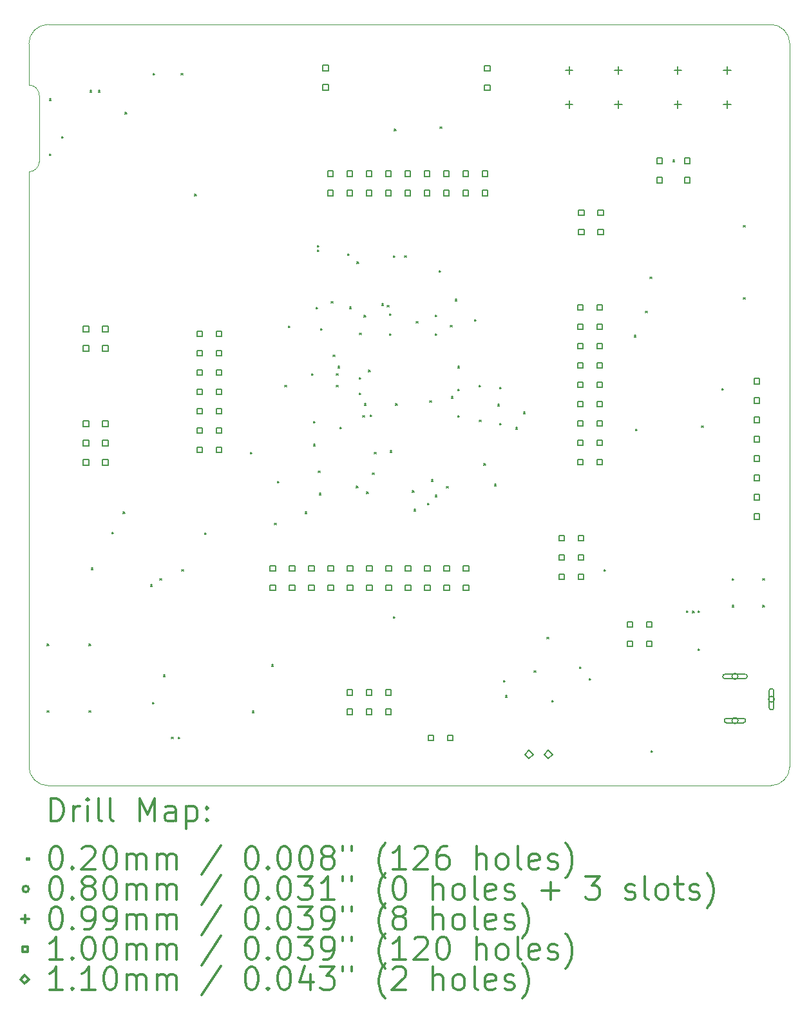
<source format=gbr>
%FSLAX45Y45*%
G04 Gerber Fmt 4.5, Leading zero omitted, Abs format (unit mm)*
G04 Created by KiCad (PCBNEW (5.1.8)-1) date 2021-10-18 22:41:16*
%MOMM*%
%LPD*%
G01*
G04 APERTURE LIST*
%TA.AperFunction,Profile*%
%ADD10C,0.050000*%
%TD*%
%ADD11C,0.200000*%
%ADD12C,0.300000*%
G04 APERTURE END LIST*
D10*
X3325000Y-5375000D02*
G75*
G02*
X3575000Y-5125000I250000J0D01*
G01*
X13075000Y-5125000D02*
G75*
G02*
X13325000Y-5375000I0J-250000D01*
G01*
X13325000Y-14875000D02*
G75*
G02*
X13075000Y-15125000I-250000J0D01*
G01*
X3575000Y-15125000D02*
G75*
G02*
X3325000Y-14875000I0J250000D01*
G01*
X3460000Y-6925000D02*
G75*
G02*
X3325000Y-7060000I-135000J0D01*
G01*
X3325000Y-5920000D02*
G75*
G02*
X3460000Y-6055000I0J-135000D01*
G01*
X3325000Y-5375000D02*
X3325000Y-5920000D01*
X3460000Y-6055000D02*
X3460000Y-6925000D01*
X3325000Y-7060000D02*
X3325000Y-14875000D01*
X13075000Y-5125000D02*
X3575000Y-5125000D01*
X13325000Y-14875000D02*
X13325000Y-5375000D01*
X3575000Y-15125000D02*
X13075000Y-15125000D01*
D11*
X3565000Y-13265000D02*
X3585000Y-13285000D01*
X3585000Y-13265000D02*
X3565000Y-13285000D01*
X3565000Y-14140000D02*
X3585000Y-14160000D01*
X3585000Y-14140000D02*
X3565000Y-14160000D01*
X3595000Y-6100000D02*
X3615000Y-6120000D01*
X3615000Y-6100000D02*
X3595000Y-6120000D01*
X3595000Y-6825000D02*
X3615000Y-6845000D01*
X3615000Y-6825000D02*
X3595000Y-6845000D01*
X3755000Y-6595000D02*
X3775000Y-6615000D01*
X3775000Y-6595000D02*
X3755000Y-6615000D01*
X4115000Y-13265000D02*
X4135000Y-13285000D01*
X4135000Y-13265000D02*
X4115000Y-13285000D01*
X4115000Y-14140000D02*
X4135000Y-14160000D01*
X4135000Y-14140000D02*
X4115000Y-14160000D01*
X4130000Y-5990000D02*
X4150000Y-6010000D01*
X4150000Y-5990000D02*
X4130000Y-6010000D01*
X4145000Y-12265000D02*
X4165000Y-12285000D01*
X4165000Y-12265000D02*
X4145000Y-12285000D01*
X4240000Y-5990000D02*
X4260000Y-6010000D01*
X4260000Y-5990000D02*
X4240000Y-6010000D01*
X4415000Y-11795000D02*
X4435000Y-11815000D01*
X4435000Y-11795000D02*
X4415000Y-11815000D01*
X4562500Y-11527500D02*
X4582500Y-11547500D01*
X4582500Y-11527500D02*
X4562500Y-11547500D01*
X4590000Y-6280000D02*
X4610000Y-6300000D01*
X4610000Y-6280000D02*
X4590000Y-6300000D01*
X4925000Y-12485000D02*
X4945000Y-12505000D01*
X4945000Y-12485000D02*
X4925000Y-12505000D01*
X4951250Y-14028750D02*
X4971250Y-14048750D01*
X4971250Y-14028750D02*
X4951250Y-14048750D01*
X4960000Y-5765000D02*
X4980000Y-5785000D01*
X4980000Y-5765000D02*
X4960000Y-5785000D01*
X5045500Y-12404500D02*
X5065500Y-12424500D01*
X5065500Y-12404500D02*
X5045500Y-12424500D01*
X5092500Y-13670000D02*
X5112500Y-13690000D01*
X5112500Y-13670000D02*
X5092500Y-13690000D01*
X5200000Y-14490000D02*
X5220000Y-14510000D01*
X5220000Y-14490000D02*
X5200000Y-14510000D01*
X5290000Y-14490000D02*
X5310000Y-14510000D01*
X5310000Y-14490000D02*
X5290000Y-14510000D01*
X5325000Y-5765000D02*
X5345000Y-5785000D01*
X5345000Y-5765000D02*
X5325000Y-5785000D01*
X5335000Y-12285000D02*
X5355000Y-12305000D01*
X5355000Y-12285000D02*
X5335000Y-12305000D01*
X5505000Y-7355000D02*
X5525000Y-7375000D01*
X5525000Y-7355000D02*
X5505000Y-7375000D01*
X5635000Y-11805000D02*
X5655000Y-11825000D01*
X5655000Y-11805000D02*
X5635000Y-11825000D01*
X6235000Y-10745000D02*
X6255000Y-10765000D01*
X6255000Y-10745000D02*
X6235000Y-10765000D01*
X6261250Y-14143750D02*
X6281250Y-14163750D01*
X6281250Y-14143750D02*
X6261250Y-14163750D01*
X6515000Y-13535000D02*
X6535000Y-13555000D01*
X6535000Y-13535000D02*
X6515000Y-13555000D01*
X6555000Y-11675000D02*
X6575000Y-11695000D01*
X6575000Y-11675000D02*
X6555000Y-11695000D01*
X6590000Y-11127500D02*
X6610000Y-11147500D01*
X6610000Y-11127500D02*
X6590000Y-11147500D01*
X6690000Y-9865000D02*
X6710000Y-9885000D01*
X6710000Y-9865000D02*
X6690000Y-9885000D01*
X6737500Y-9085000D02*
X6757500Y-9105000D01*
X6757500Y-9085000D02*
X6737500Y-9105000D01*
X6955000Y-11530000D02*
X6975000Y-11550000D01*
X6975000Y-11530000D02*
X6955000Y-11550000D01*
X7040000Y-9715000D02*
X7060000Y-9735000D01*
X7060000Y-9715000D02*
X7040000Y-9735000D01*
X7065000Y-10340000D02*
X7085000Y-10360000D01*
X7085000Y-10340000D02*
X7065000Y-10360000D01*
X7065000Y-10640000D02*
X7085000Y-10660000D01*
X7085000Y-10640000D02*
X7065000Y-10660000D01*
X7097500Y-8840000D02*
X7117500Y-8860000D01*
X7117500Y-8840000D02*
X7097500Y-8860000D01*
X7115000Y-8025000D02*
X7135000Y-8045000D01*
X7135000Y-8025000D02*
X7115000Y-8045000D01*
X7115000Y-8085000D02*
X7135000Y-8105000D01*
X7135000Y-8085000D02*
X7115000Y-8105000D01*
X7130000Y-10992500D02*
X7150000Y-11012500D01*
X7150000Y-10992500D02*
X7130000Y-11012500D01*
X7140000Y-11282500D02*
X7160000Y-11302500D01*
X7160000Y-11282500D02*
X7140000Y-11302500D01*
X7157500Y-9117500D02*
X7177500Y-9137500D01*
X7177500Y-9117500D02*
X7157500Y-9137500D01*
X7297500Y-8762500D02*
X7317500Y-8782500D01*
X7317500Y-8762500D02*
X7297500Y-8782500D01*
X7325000Y-9465000D02*
X7345000Y-9485000D01*
X7345000Y-9465000D02*
X7325000Y-9485000D01*
X7365000Y-9715000D02*
X7385000Y-9735000D01*
X7385000Y-9715000D02*
X7365000Y-9735000D01*
X7365000Y-9865000D02*
X7385000Y-9885000D01*
X7385000Y-9865000D02*
X7365000Y-9885000D01*
X7390000Y-9615000D02*
X7410000Y-9635000D01*
X7410000Y-9615000D02*
X7390000Y-9635000D01*
X7415000Y-10415000D02*
X7435000Y-10435000D01*
X7435000Y-10415000D02*
X7415000Y-10435000D01*
X7515000Y-8140000D02*
X7535000Y-8160000D01*
X7535000Y-8140000D02*
X7515000Y-8160000D01*
X7542500Y-8837500D02*
X7562500Y-8857500D01*
X7562500Y-8837500D02*
X7542500Y-8857500D01*
X7630000Y-11190000D02*
X7650000Y-11210000D01*
X7650000Y-11190000D02*
X7630000Y-11210000D01*
X7637000Y-8243000D02*
X7657000Y-8263000D01*
X7657000Y-8243000D02*
X7637000Y-8263000D01*
X7665000Y-9765000D02*
X7685000Y-9785000D01*
X7685000Y-9765000D02*
X7665000Y-9785000D01*
X7665000Y-9965000D02*
X7685000Y-9985000D01*
X7685000Y-9965000D02*
X7665000Y-9985000D01*
X7672500Y-9180000D02*
X7692500Y-9200000D01*
X7692500Y-9180000D02*
X7672500Y-9200000D01*
X7715000Y-10265000D02*
X7735000Y-10285000D01*
X7735000Y-10265000D02*
X7715000Y-10285000D01*
X7730000Y-8945000D02*
X7750000Y-8965000D01*
X7750000Y-8945000D02*
X7730000Y-8965000D01*
X7735000Y-10105000D02*
X7755000Y-10125000D01*
X7755000Y-10105000D02*
X7735000Y-10125000D01*
X7765000Y-11265000D02*
X7785000Y-11285000D01*
X7785000Y-11265000D02*
X7765000Y-11285000D01*
X7790000Y-9665000D02*
X7810000Y-9685000D01*
X7810000Y-9665000D02*
X7790000Y-9685000D01*
X7810000Y-10255000D02*
X7830000Y-10275000D01*
X7830000Y-10255000D02*
X7810000Y-10275000D01*
X7840000Y-11015000D02*
X7860000Y-11035000D01*
X7860000Y-11015000D02*
X7840000Y-11035000D01*
X7865000Y-10745000D02*
X7885000Y-10765000D01*
X7885000Y-10745000D02*
X7865000Y-10765000D01*
X7964998Y-8794998D02*
X7984998Y-8814998D01*
X7984998Y-8794998D02*
X7964998Y-8814998D01*
X8035000Y-8815000D02*
X8055000Y-8835000D01*
X8055000Y-8815000D02*
X8035000Y-8835000D01*
X8065000Y-8925000D02*
X8085000Y-8945000D01*
X8085000Y-8925000D02*
X8065000Y-8945000D01*
X8065000Y-9190000D02*
X8085000Y-9210000D01*
X8085000Y-9190000D02*
X8065000Y-9210000D01*
X8075000Y-10725000D02*
X8095000Y-10745000D01*
X8095000Y-10725000D02*
X8075000Y-10745000D01*
X8115000Y-8165000D02*
X8135000Y-8185000D01*
X8135000Y-8165000D02*
X8115000Y-8185000D01*
X8115001Y-12904999D02*
X8135001Y-12924999D01*
X8135001Y-12904999D02*
X8115001Y-12924999D01*
X8130000Y-6500000D02*
X8150000Y-6520000D01*
X8150000Y-6500000D02*
X8130000Y-6520000D01*
X8145000Y-10105000D02*
X8165000Y-10125000D01*
X8165000Y-10105000D02*
X8145000Y-10125000D01*
X8265000Y-8165000D02*
X8285000Y-8185000D01*
X8285000Y-8165000D02*
X8265000Y-8185000D01*
X8364999Y-11250000D02*
X8384999Y-11270000D01*
X8384999Y-11250000D02*
X8364999Y-11270000D01*
X8385000Y-11495000D02*
X8405000Y-11515000D01*
X8405000Y-11495000D02*
X8385000Y-11515000D01*
X8415000Y-9025000D02*
X8435000Y-9045000D01*
X8435000Y-9025000D02*
X8415000Y-9045000D01*
X8565000Y-11412500D02*
X8585000Y-11432500D01*
X8585000Y-11412500D02*
X8565000Y-11432500D01*
X8595000Y-10070000D02*
X8615000Y-10090000D01*
X8615000Y-10070000D02*
X8595000Y-10090000D01*
X8615000Y-11105000D02*
X8635000Y-11125000D01*
X8635000Y-11105000D02*
X8615000Y-11125000D01*
X8665000Y-8940000D02*
X8685000Y-8960000D01*
X8685000Y-8940000D02*
X8665000Y-8960000D01*
X8665000Y-9190000D02*
X8685000Y-9210000D01*
X8685000Y-9190000D02*
X8665000Y-9210000D01*
X8665000Y-11307500D02*
X8685000Y-11327500D01*
X8685000Y-11307500D02*
X8665000Y-11327500D01*
X8718501Y-8356499D02*
X8738501Y-8376499D01*
X8738501Y-8356499D02*
X8718501Y-8376499D01*
X8730000Y-6470000D02*
X8750000Y-6490000D01*
X8750000Y-6470000D02*
X8730000Y-6490000D01*
X8815000Y-11195000D02*
X8835000Y-11215000D01*
X8835000Y-11195000D02*
X8815000Y-11215000D01*
X8865000Y-9075000D02*
X8885000Y-9095000D01*
X8885000Y-9075000D02*
X8865000Y-9095000D01*
X8880000Y-10012500D02*
X8900000Y-10032500D01*
X8900000Y-10012500D02*
X8880000Y-10032500D01*
X8930000Y-8735000D02*
X8950000Y-8755000D01*
X8950000Y-8735000D02*
X8930000Y-8755000D01*
X8965000Y-9615000D02*
X8985000Y-9635000D01*
X8985000Y-9615000D02*
X8965000Y-9635000D01*
X8965000Y-9915000D02*
X8985000Y-9935000D01*
X8985000Y-9915000D02*
X8965000Y-9935000D01*
X8965000Y-10265000D02*
X8985000Y-10285000D01*
X8985000Y-10265000D02*
X8965000Y-10285000D01*
X9180000Y-9000000D02*
X9200000Y-9020000D01*
X9200000Y-9000000D02*
X9180000Y-9020000D01*
X9240000Y-9865000D02*
X9260000Y-9885000D01*
X9260000Y-9865000D02*
X9240000Y-9885000D01*
X9245258Y-10322499D02*
X9265258Y-10342499D01*
X9265258Y-10322499D02*
X9245258Y-10342499D01*
X9305000Y-10895000D02*
X9325000Y-10915000D01*
X9325000Y-10895000D02*
X9305000Y-10915000D01*
X9447500Y-11165000D02*
X9467500Y-11185000D01*
X9467500Y-11165000D02*
X9447500Y-11185000D01*
X9490000Y-10115000D02*
X9510000Y-10135000D01*
X9510000Y-10115000D02*
X9490000Y-10135000D01*
X9515000Y-9890000D02*
X9535000Y-9910000D01*
X9535000Y-9890000D02*
X9515000Y-9910000D01*
X9515000Y-10365000D02*
X9535000Y-10385000D01*
X9535000Y-10365000D02*
X9515000Y-10385000D01*
X9565000Y-13740000D02*
X9585000Y-13760000D01*
X9585000Y-13740000D02*
X9565000Y-13760000D01*
X9587500Y-13942500D02*
X9607500Y-13962500D01*
X9607500Y-13942500D02*
X9587500Y-13962500D01*
X9724999Y-10420001D02*
X9744999Y-10440001D01*
X9744999Y-10420001D02*
X9724999Y-10440001D01*
X9825000Y-10215000D02*
X9845000Y-10235000D01*
X9845000Y-10215000D02*
X9825000Y-10235000D01*
X9965000Y-13615000D02*
X9985000Y-13635000D01*
X9985000Y-13615000D02*
X9965000Y-13635000D01*
X10135000Y-13175000D02*
X10155000Y-13195000D01*
X10155000Y-13175000D02*
X10135000Y-13195000D01*
X10197500Y-14007500D02*
X10217500Y-14027500D01*
X10217500Y-14007500D02*
X10197500Y-14027500D01*
X10562500Y-13567500D02*
X10582500Y-13587500D01*
X10582500Y-13567500D02*
X10562500Y-13587500D01*
X10687500Y-13717500D02*
X10707500Y-13737500D01*
X10707500Y-13717500D02*
X10687500Y-13737500D01*
X10885000Y-12285000D02*
X10905000Y-12305000D01*
X10905000Y-12285000D02*
X10885000Y-12305000D01*
X11280000Y-9210000D02*
X11300000Y-9230000D01*
X11300000Y-9210000D02*
X11280000Y-9230000D01*
X11300000Y-10440000D02*
X11320000Y-10460000D01*
X11320000Y-10440000D02*
X11300000Y-10460000D01*
X11430000Y-8890000D02*
X11450000Y-8910000D01*
X11450000Y-8890000D02*
X11430000Y-8910000D01*
X11490000Y-8440000D02*
X11510000Y-8460000D01*
X11510000Y-8440000D02*
X11490000Y-8460000D01*
X11502500Y-14667500D02*
X11522500Y-14687500D01*
X11522500Y-14667500D02*
X11502500Y-14687500D01*
X11790000Y-6905000D02*
X11810000Y-6925000D01*
X11810000Y-6905000D02*
X11790000Y-6925000D01*
X11970000Y-12830000D02*
X11990000Y-12850000D01*
X11990000Y-12830000D02*
X11970000Y-12850000D01*
X12050000Y-12833500D02*
X12070000Y-12853500D01*
X12070000Y-12833500D02*
X12050000Y-12853500D01*
X12120000Y-12830000D02*
X12140000Y-12850000D01*
X12140000Y-12830000D02*
X12120000Y-12850000D01*
X12120000Y-13330000D02*
X12140000Y-13350000D01*
X12140000Y-13330000D02*
X12120000Y-13350000D01*
X12167500Y-10397500D02*
X12187500Y-10417500D01*
X12187500Y-10397500D02*
X12167500Y-10417500D01*
X12435000Y-9905000D02*
X12455000Y-9925000D01*
X12455000Y-9905000D02*
X12435000Y-9925000D01*
X12570000Y-12405000D02*
X12590000Y-12425000D01*
X12590000Y-12405000D02*
X12570000Y-12425000D01*
X12570000Y-12755000D02*
X12590000Y-12775000D01*
X12590000Y-12755000D02*
X12570000Y-12775000D01*
X12717500Y-7762500D02*
X12737500Y-7782500D01*
X12737500Y-7762500D02*
X12717500Y-7782500D01*
X12717500Y-8712500D02*
X12737500Y-8732500D01*
X12737500Y-8712500D02*
X12717500Y-8732500D01*
X12970000Y-12405000D02*
X12990000Y-12425000D01*
X12990000Y-12405000D02*
X12970000Y-12425000D01*
X12970000Y-12755000D02*
X12990000Y-12775000D01*
X12990000Y-12755000D02*
X12970000Y-12775000D01*
X12645000Y-13690000D02*
G75*
G03*
X12645000Y-13690000I-40000J0D01*
G01*
X12475000Y-13720000D02*
X12735000Y-13720000D01*
X12475000Y-13660000D02*
X12735000Y-13660000D01*
X12735000Y-13720000D02*
G75*
G03*
X12735000Y-13660000I0J30000D01*
G01*
X12475000Y-13660000D02*
G75*
G03*
X12475000Y-13720000I0J-30000D01*
G01*
X12645000Y-14270000D02*
G75*
G03*
X12645000Y-14270000I-40000J0D01*
G01*
X12495000Y-14300000D02*
X12715000Y-14300000D01*
X12495000Y-14240000D02*
X12715000Y-14240000D01*
X12715000Y-14300000D02*
G75*
G03*
X12715000Y-14240000I0J30000D01*
G01*
X12495000Y-14240000D02*
G75*
G03*
X12495000Y-14300000I0J-30000D01*
G01*
X13125000Y-13990000D02*
G75*
G03*
X13125000Y-13990000I-40000J0D01*
G01*
X13115000Y-14100000D02*
X13115000Y-13880000D01*
X13055000Y-14100000D02*
X13055000Y-13880000D01*
X13115000Y-13880000D02*
G75*
G03*
X13055000Y-13880000I-30000J0D01*
G01*
X13055000Y-14100000D02*
G75*
G03*
X13115000Y-14100000I30000J0D01*
G01*
X11855000Y-5675500D02*
X11855000Y-5774500D01*
X11805500Y-5725000D02*
X11904500Y-5725000D01*
X11855000Y-6125500D02*
X11855000Y-6224500D01*
X11805500Y-6175000D02*
X11904500Y-6175000D01*
X12505000Y-5675500D02*
X12505000Y-5774500D01*
X12455500Y-5725000D02*
X12554500Y-5725000D01*
X12505000Y-6125500D02*
X12505000Y-6224500D01*
X12455500Y-6175000D02*
X12554500Y-6175000D01*
X10425000Y-5675500D02*
X10425000Y-5774500D01*
X10375500Y-5725000D02*
X10474500Y-5725000D01*
X10425000Y-6125500D02*
X10425000Y-6224500D01*
X10375500Y-6175000D02*
X10474500Y-6175000D01*
X11075000Y-5675500D02*
X11075000Y-5774500D01*
X11025500Y-5725000D02*
X11124500Y-5725000D01*
X11075000Y-6125500D02*
X11075000Y-6224500D01*
X11025500Y-6175000D02*
X11124500Y-6175000D01*
X11650356Y-6950356D02*
X11650356Y-6879644D01*
X11579644Y-6879644D01*
X11579644Y-6950356D01*
X11650356Y-6950356D01*
X11650356Y-7204356D02*
X11650356Y-7133644D01*
X11579644Y-7133644D01*
X11579644Y-7204356D01*
X11650356Y-7204356D01*
X4110356Y-9160356D02*
X4110356Y-9089644D01*
X4039644Y-9089644D01*
X4039644Y-9160356D01*
X4110356Y-9160356D01*
X4110356Y-9414356D02*
X4110356Y-9343644D01*
X4039644Y-9343644D01*
X4039644Y-9414356D01*
X4110356Y-9414356D01*
X4364356Y-9160356D02*
X4364356Y-9089644D01*
X4293644Y-9089644D01*
X4293644Y-9160356D01*
X4364356Y-9160356D01*
X4364356Y-9414356D02*
X4364356Y-9343644D01*
X4293644Y-9343644D01*
X4293644Y-9414356D01*
X4364356Y-9414356D01*
X10620356Y-7630356D02*
X10620356Y-7559644D01*
X10549644Y-7559644D01*
X10549644Y-7630356D01*
X10620356Y-7630356D01*
X10620356Y-7884356D02*
X10620356Y-7813644D01*
X10549644Y-7813644D01*
X10549644Y-7884356D01*
X10620356Y-7884356D01*
X10874356Y-7630356D02*
X10874356Y-7559644D01*
X10803644Y-7559644D01*
X10803644Y-7630356D01*
X10874356Y-7630356D01*
X10874356Y-7884356D02*
X10874356Y-7813644D01*
X10803644Y-7813644D01*
X10803644Y-7884356D01*
X10874356Y-7884356D01*
X7260356Y-5731356D02*
X7260356Y-5660644D01*
X7189644Y-5660644D01*
X7189644Y-5731356D01*
X7260356Y-5731356D01*
X7260356Y-5985356D02*
X7260356Y-5914644D01*
X7189644Y-5914644D01*
X7189644Y-5985356D01*
X7260356Y-5985356D01*
X12015356Y-6950356D02*
X12015356Y-6879644D01*
X11944644Y-6879644D01*
X11944644Y-6950356D01*
X12015356Y-6950356D01*
X12015356Y-7204356D02*
X12015356Y-7133644D01*
X11944644Y-7133644D01*
X11944644Y-7204356D01*
X12015356Y-7204356D01*
X6565356Y-12306356D02*
X6565356Y-12235644D01*
X6494644Y-12235644D01*
X6494644Y-12306356D01*
X6565356Y-12306356D01*
X6565356Y-12560356D02*
X6565356Y-12489644D01*
X6494644Y-12489644D01*
X6494644Y-12560356D01*
X6565356Y-12560356D01*
X6819356Y-12306356D02*
X6819356Y-12235644D01*
X6748644Y-12235644D01*
X6748644Y-12306356D01*
X6819356Y-12306356D01*
X6819356Y-12560356D02*
X6819356Y-12489644D01*
X6748644Y-12489644D01*
X6748644Y-12560356D01*
X6819356Y-12560356D01*
X7073356Y-12306356D02*
X7073356Y-12235644D01*
X7002644Y-12235644D01*
X7002644Y-12306356D01*
X7073356Y-12306356D01*
X7073356Y-12560356D02*
X7073356Y-12489644D01*
X7002644Y-12489644D01*
X7002644Y-12560356D01*
X7073356Y-12560356D01*
X7327356Y-12306356D02*
X7327356Y-12235644D01*
X7256644Y-12235644D01*
X7256644Y-12306356D01*
X7327356Y-12306356D01*
X7327356Y-12560356D02*
X7327356Y-12489644D01*
X7256644Y-12489644D01*
X7256644Y-12560356D01*
X7327356Y-12560356D01*
X7581356Y-12306356D02*
X7581356Y-12235644D01*
X7510644Y-12235644D01*
X7510644Y-12306356D01*
X7581356Y-12306356D01*
X7581356Y-12560356D02*
X7581356Y-12489644D01*
X7510644Y-12489644D01*
X7510644Y-12560356D01*
X7581356Y-12560356D01*
X7835356Y-12306356D02*
X7835356Y-12235644D01*
X7764644Y-12235644D01*
X7764644Y-12306356D01*
X7835356Y-12306356D01*
X7835356Y-12560356D02*
X7835356Y-12489644D01*
X7764644Y-12489644D01*
X7764644Y-12560356D01*
X7835356Y-12560356D01*
X8089356Y-12306356D02*
X8089356Y-12235644D01*
X8018644Y-12235644D01*
X8018644Y-12306356D01*
X8089356Y-12306356D01*
X8089356Y-12560356D02*
X8089356Y-12489644D01*
X8018644Y-12489644D01*
X8018644Y-12560356D01*
X8089356Y-12560356D01*
X8343356Y-12306356D02*
X8343356Y-12235644D01*
X8272644Y-12235644D01*
X8272644Y-12306356D01*
X8343356Y-12306356D01*
X8343356Y-12560356D02*
X8343356Y-12489644D01*
X8272644Y-12489644D01*
X8272644Y-12560356D01*
X8343356Y-12560356D01*
X8597356Y-12306356D02*
X8597356Y-12235644D01*
X8526644Y-12235644D01*
X8526644Y-12306356D01*
X8597356Y-12306356D01*
X8597356Y-12560356D02*
X8597356Y-12489644D01*
X8526644Y-12489644D01*
X8526644Y-12560356D01*
X8597356Y-12560356D01*
X8851356Y-12306356D02*
X8851356Y-12235644D01*
X8780644Y-12235644D01*
X8780644Y-12306356D01*
X8851356Y-12306356D01*
X8851356Y-12560356D02*
X8851356Y-12489644D01*
X8780644Y-12489644D01*
X8780644Y-12560356D01*
X8851356Y-12560356D01*
X9105356Y-12306356D02*
X9105356Y-12235644D01*
X9034644Y-12235644D01*
X9034644Y-12306356D01*
X9105356Y-12306356D01*
X9105356Y-12560356D02*
X9105356Y-12489644D01*
X9034644Y-12489644D01*
X9034644Y-12560356D01*
X9105356Y-12560356D01*
X9385356Y-5735356D02*
X9385356Y-5664644D01*
X9314644Y-5664644D01*
X9314644Y-5735356D01*
X9385356Y-5735356D01*
X9385356Y-5989356D02*
X9385356Y-5918644D01*
X9314644Y-5918644D01*
X9314644Y-5989356D01*
X9385356Y-5989356D01*
X8645356Y-14535356D02*
X8645356Y-14464644D01*
X8574644Y-14464644D01*
X8574644Y-14535356D01*
X8645356Y-14535356D01*
X8899356Y-14535356D02*
X8899356Y-14464644D01*
X8828644Y-14464644D01*
X8828644Y-14535356D01*
X8899356Y-14535356D01*
X7577356Y-13935356D02*
X7577356Y-13864644D01*
X7506644Y-13864644D01*
X7506644Y-13935356D01*
X7577356Y-13935356D01*
X7577356Y-14189356D02*
X7577356Y-14118644D01*
X7506644Y-14118644D01*
X7506644Y-14189356D01*
X7577356Y-14189356D01*
X7831356Y-13935356D02*
X7831356Y-13864644D01*
X7760644Y-13864644D01*
X7760644Y-13935356D01*
X7831356Y-13935356D01*
X7831356Y-14189356D02*
X7831356Y-14118644D01*
X7760644Y-14118644D01*
X7760644Y-14189356D01*
X7831356Y-14189356D01*
X8085356Y-13935356D02*
X8085356Y-13864644D01*
X8014644Y-13864644D01*
X8014644Y-13935356D01*
X8085356Y-13935356D01*
X8085356Y-14189356D02*
X8085356Y-14118644D01*
X8014644Y-14118644D01*
X8014644Y-14189356D01*
X8085356Y-14189356D01*
X10606356Y-8878356D02*
X10606356Y-8807644D01*
X10535644Y-8807644D01*
X10535644Y-8878356D01*
X10606356Y-8878356D01*
X10606356Y-9132356D02*
X10606356Y-9061644D01*
X10535644Y-9061644D01*
X10535644Y-9132356D01*
X10606356Y-9132356D01*
X10606356Y-9386356D02*
X10606356Y-9315644D01*
X10535644Y-9315644D01*
X10535644Y-9386356D01*
X10606356Y-9386356D01*
X10606356Y-9640356D02*
X10606356Y-9569644D01*
X10535644Y-9569644D01*
X10535644Y-9640356D01*
X10606356Y-9640356D01*
X10606356Y-9894356D02*
X10606356Y-9823644D01*
X10535644Y-9823644D01*
X10535644Y-9894356D01*
X10606356Y-9894356D01*
X10606356Y-10148356D02*
X10606356Y-10077644D01*
X10535644Y-10077644D01*
X10535644Y-10148356D01*
X10606356Y-10148356D01*
X10606356Y-10402356D02*
X10606356Y-10331644D01*
X10535644Y-10331644D01*
X10535644Y-10402356D01*
X10606356Y-10402356D01*
X10606356Y-10656356D02*
X10606356Y-10585644D01*
X10535644Y-10585644D01*
X10535644Y-10656356D01*
X10606356Y-10656356D01*
X10606356Y-10910356D02*
X10606356Y-10839644D01*
X10535644Y-10839644D01*
X10535644Y-10910356D01*
X10606356Y-10910356D01*
X10860356Y-8878356D02*
X10860356Y-8807644D01*
X10789644Y-8807644D01*
X10789644Y-8878356D01*
X10860356Y-8878356D01*
X10860356Y-9132356D02*
X10860356Y-9061644D01*
X10789644Y-9061644D01*
X10789644Y-9132356D01*
X10860356Y-9132356D01*
X10860356Y-9386356D02*
X10860356Y-9315644D01*
X10789644Y-9315644D01*
X10789644Y-9386356D01*
X10860356Y-9386356D01*
X10860356Y-9640356D02*
X10860356Y-9569644D01*
X10789644Y-9569644D01*
X10789644Y-9640356D01*
X10860356Y-9640356D01*
X10860356Y-9894356D02*
X10860356Y-9823644D01*
X10789644Y-9823644D01*
X10789644Y-9894356D01*
X10860356Y-9894356D01*
X10860356Y-10148356D02*
X10860356Y-10077644D01*
X10789644Y-10077644D01*
X10789644Y-10148356D01*
X10860356Y-10148356D01*
X10860356Y-10402356D02*
X10860356Y-10331644D01*
X10789644Y-10331644D01*
X10789644Y-10402356D01*
X10860356Y-10402356D01*
X10860356Y-10656356D02*
X10860356Y-10585644D01*
X10789644Y-10585644D01*
X10789644Y-10656356D01*
X10860356Y-10656356D01*
X10860356Y-10910356D02*
X10860356Y-10839644D01*
X10789644Y-10839644D01*
X10789644Y-10910356D01*
X10860356Y-10910356D01*
X5606356Y-9223356D02*
X5606356Y-9152644D01*
X5535644Y-9152644D01*
X5535644Y-9223356D01*
X5606356Y-9223356D01*
X5606356Y-9477356D02*
X5606356Y-9406644D01*
X5535644Y-9406644D01*
X5535644Y-9477356D01*
X5606356Y-9477356D01*
X5606356Y-9731356D02*
X5606356Y-9660644D01*
X5535644Y-9660644D01*
X5535644Y-9731356D01*
X5606356Y-9731356D01*
X5606356Y-9985356D02*
X5606356Y-9914644D01*
X5535644Y-9914644D01*
X5535644Y-9985356D01*
X5606356Y-9985356D01*
X5606356Y-10239356D02*
X5606356Y-10168644D01*
X5535644Y-10168644D01*
X5535644Y-10239356D01*
X5606356Y-10239356D01*
X5606356Y-10493356D02*
X5606356Y-10422644D01*
X5535644Y-10422644D01*
X5535644Y-10493356D01*
X5606356Y-10493356D01*
X5606356Y-10747356D02*
X5606356Y-10676644D01*
X5535644Y-10676644D01*
X5535644Y-10747356D01*
X5606356Y-10747356D01*
X5860356Y-9223356D02*
X5860356Y-9152644D01*
X5789644Y-9152644D01*
X5789644Y-9223356D01*
X5860356Y-9223356D01*
X5860356Y-9477356D02*
X5860356Y-9406644D01*
X5789644Y-9406644D01*
X5789644Y-9477356D01*
X5860356Y-9477356D01*
X5860356Y-9731356D02*
X5860356Y-9660644D01*
X5789644Y-9660644D01*
X5789644Y-9731356D01*
X5860356Y-9731356D01*
X5860356Y-9985356D02*
X5860356Y-9914644D01*
X5789644Y-9914644D01*
X5789644Y-9985356D01*
X5860356Y-9985356D01*
X5860356Y-10239356D02*
X5860356Y-10168644D01*
X5789644Y-10168644D01*
X5789644Y-10239356D01*
X5860356Y-10239356D01*
X5860356Y-10493356D02*
X5860356Y-10422644D01*
X5789644Y-10422644D01*
X5789644Y-10493356D01*
X5860356Y-10493356D01*
X5860356Y-10747356D02*
X5860356Y-10676644D01*
X5789644Y-10676644D01*
X5789644Y-10747356D01*
X5860356Y-10747356D01*
X11260356Y-13040356D02*
X11260356Y-12969644D01*
X11189644Y-12969644D01*
X11189644Y-13040356D01*
X11260356Y-13040356D01*
X11260356Y-13294356D02*
X11260356Y-13223644D01*
X11189644Y-13223644D01*
X11189644Y-13294356D01*
X11260356Y-13294356D01*
X11514356Y-13040356D02*
X11514356Y-12969644D01*
X11443644Y-12969644D01*
X11443644Y-13040356D01*
X11514356Y-13040356D01*
X11514356Y-13294356D02*
X11514356Y-13223644D01*
X11443644Y-13223644D01*
X11443644Y-13294356D01*
X11514356Y-13294356D01*
X12930356Y-9845356D02*
X12930356Y-9774644D01*
X12859644Y-9774644D01*
X12859644Y-9845356D01*
X12930356Y-9845356D01*
X12930356Y-10099356D02*
X12930356Y-10028644D01*
X12859644Y-10028644D01*
X12859644Y-10099356D01*
X12930356Y-10099356D01*
X12930356Y-10353356D02*
X12930356Y-10282644D01*
X12859644Y-10282644D01*
X12859644Y-10353356D01*
X12930356Y-10353356D01*
X12930356Y-10607356D02*
X12930356Y-10536644D01*
X12859644Y-10536644D01*
X12859644Y-10607356D01*
X12930356Y-10607356D01*
X12930356Y-10861356D02*
X12930356Y-10790644D01*
X12859644Y-10790644D01*
X12859644Y-10861356D01*
X12930356Y-10861356D01*
X12930356Y-11115356D02*
X12930356Y-11044644D01*
X12859644Y-11044644D01*
X12859644Y-11115356D01*
X12930356Y-11115356D01*
X12930356Y-11369356D02*
X12930356Y-11298644D01*
X12859644Y-11298644D01*
X12859644Y-11369356D01*
X12930356Y-11369356D01*
X12930356Y-11623356D02*
X12930356Y-11552644D01*
X12859644Y-11552644D01*
X12859644Y-11623356D01*
X12930356Y-11623356D01*
X7325356Y-7120356D02*
X7325356Y-7049644D01*
X7254644Y-7049644D01*
X7254644Y-7120356D01*
X7325356Y-7120356D01*
X7325356Y-7374356D02*
X7325356Y-7303644D01*
X7254644Y-7303644D01*
X7254644Y-7374356D01*
X7325356Y-7374356D01*
X7579356Y-7120356D02*
X7579356Y-7049644D01*
X7508644Y-7049644D01*
X7508644Y-7120356D01*
X7579356Y-7120356D01*
X7579356Y-7374356D02*
X7579356Y-7303644D01*
X7508644Y-7303644D01*
X7508644Y-7374356D01*
X7579356Y-7374356D01*
X7833356Y-7120356D02*
X7833356Y-7049644D01*
X7762644Y-7049644D01*
X7762644Y-7120356D01*
X7833356Y-7120356D01*
X7833356Y-7374356D02*
X7833356Y-7303644D01*
X7762644Y-7303644D01*
X7762644Y-7374356D01*
X7833356Y-7374356D01*
X8087356Y-7120356D02*
X8087356Y-7049644D01*
X8016644Y-7049644D01*
X8016644Y-7120356D01*
X8087356Y-7120356D01*
X8087356Y-7374356D02*
X8087356Y-7303644D01*
X8016644Y-7303644D01*
X8016644Y-7374356D01*
X8087356Y-7374356D01*
X8341356Y-7120356D02*
X8341356Y-7049644D01*
X8270644Y-7049644D01*
X8270644Y-7120356D01*
X8341356Y-7120356D01*
X8341356Y-7374356D02*
X8341356Y-7303644D01*
X8270644Y-7303644D01*
X8270644Y-7374356D01*
X8341356Y-7374356D01*
X8595356Y-7120356D02*
X8595356Y-7049644D01*
X8524644Y-7049644D01*
X8524644Y-7120356D01*
X8595356Y-7120356D01*
X8595356Y-7374356D02*
X8595356Y-7303644D01*
X8524644Y-7303644D01*
X8524644Y-7374356D01*
X8595356Y-7374356D01*
X8849356Y-7120356D02*
X8849356Y-7049644D01*
X8778644Y-7049644D01*
X8778644Y-7120356D01*
X8849356Y-7120356D01*
X8849356Y-7374356D02*
X8849356Y-7303644D01*
X8778644Y-7303644D01*
X8778644Y-7374356D01*
X8849356Y-7374356D01*
X9103356Y-7120356D02*
X9103356Y-7049644D01*
X9032644Y-7049644D01*
X9032644Y-7120356D01*
X9103356Y-7120356D01*
X9103356Y-7374356D02*
X9103356Y-7303644D01*
X9032644Y-7303644D01*
X9032644Y-7374356D01*
X9103356Y-7374356D01*
X9357356Y-7120356D02*
X9357356Y-7049644D01*
X9286644Y-7049644D01*
X9286644Y-7120356D01*
X9357356Y-7120356D01*
X9357356Y-7374356D02*
X9357356Y-7303644D01*
X9286644Y-7303644D01*
X9286644Y-7374356D01*
X9357356Y-7374356D01*
X4110356Y-10406356D02*
X4110356Y-10335644D01*
X4039644Y-10335644D01*
X4039644Y-10406356D01*
X4110356Y-10406356D01*
X4110356Y-10660356D02*
X4110356Y-10589644D01*
X4039644Y-10589644D01*
X4039644Y-10660356D01*
X4110356Y-10660356D01*
X4110356Y-10914356D02*
X4110356Y-10843644D01*
X4039644Y-10843644D01*
X4039644Y-10914356D01*
X4110356Y-10914356D01*
X4364356Y-10406356D02*
X4364356Y-10335644D01*
X4293644Y-10335644D01*
X4293644Y-10406356D01*
X4364356Y-10406356D01*
X4364356Y-10660356D02*
X4364356Y-10589644D01*
X4293644Y-10589644D01*
X4293644Y-10660356D01*
X4364356Y-10660356D01*
X4364356Y-10914356D02*
X4364356Y-10843644D01*
X4293644Y-10843644D01*
X4293644Y-10914356D01*
X4364356Y-10914356D01*
X10360356Y-11910356D02*
X10360356Y-11839644D01*
X10289644Y-11839644D01*
X10289644Y-11910356D01*
X10360356Y-11910356D01*
X10360356Y-12164356D02*
X10360356Y-12093644D01*
X10289644Y-12093644D01*
X10289644Y-12164356D01*
X10360356Y-12164356D01*
X10360356Y-12418356D02*
X10360356Y-12347644D01*
X10289644Y-12347644D01*
X10289644Y-12418356D01*
X10360356Y-12418356D01*
X10614356Y-11910356D02*
X10614356Y-11839644D01*
X10543644Y-11839644D01*
X10543644Y-11910356D01*
X10614356Y-11910356D01*
X10614356Y-12164356D02*
X10614356Y-12093644D01*
X10543644Y-12093644D01*
X10543644Y-12164356D01*
X10614356Y-12164356D01*
X10614356Y-12418356D02*
X10614356Y-12347644D01*
X10543644Y-12347644D01*
X10543644Y-12418356D01*
X10614356Y-12418356D01*
X9898000Y-14770000D02*
X9953000Y-14715000D01*
X9898000Y-14660000D01*
X9843000Y-14715000D01*
X9898000Y-14770000D01*
X10152000Y-14770000D02*
X10207000Y-14715000D01*
X10152000Y-14660000D01*
X10097000Y-14715000D01*
X10152000Y-14770000D01*
D12*
X3608928Y-15593214D02*
X3608928Y-15293214D01*
X3680357Y-15293214D01*
X3723214Y-15307500D01*
X3751786Y-15336071D01*
X3766071Y-15364643D01*
X3780357Y-15421786D01*
X3780357Y-15464643D01*
X3766071Y-15521786D01*
X3751786Y-15550357D01*
X3723214Y-15578929D01*
X3680357Y-15593214D01*
X3608928Y-15593214D01*
X3908928Y-15593214D02*
X3908928Y-15393214D01*
X3908928Y-15450357D02*
X3923214Y-15421786D01*
X3937500Y-15407500D01*
X3966071Y-15393214D01*
X3994643Y-15393214D01*
X4094643Y-15593214D02*
X4094643Y-15393214D01*
X4094643Y-15293214D02*
X4080357Y-15307500D01*
X4094643Y-15321786D01*
X4108928Y-15307500D01*
X4094643Y-15293214D01*
X4094643Y-15321786D01*
X4280357Y-15593214D02*
X4251786Y-15578929D01*
X4237500Y-15550357D01*
X4237500Y-15293214D01*
X4437500Y-15593214D02*
X4408928Y-15578929D01*
X4394643Y-15550357D01*
X4394643Y-15293214D01*
X4780357Y-15593214D02*
X4780357Y-15293214D01*
X4880357Y-15507500D01*
X4980357Y-15293214D01*
X4980357Y-15593214D01*
X5251786Y-15593214D02*
X5251786Y-15436071D01*
X5237500Y-15407500D01*
X5208928Y-15393214D01*
X5151786Y-15393214D01*
X5123214Y-15407500D01*
X5251786Y-15578929D02*
X5223214Y-15593214D01*
X5151786Y-15593214D01*
X5123214Y-15578929D01*
X5108928Y-15550357D01*
X5108928Y-15521786D01*
X5123214Y-15493214D01*
X5151786Y-15478929D01*
X5223214Y-15478929D01*
X5251786Y-15464643D01*
X5394643Y-15393214D02*
X5394643Y-15693214D01*
X5394643Y-15407500D02*
X5423214Y-15393214D01*
X5480357Y-15393214D01*
X5508928Y-15407500D01*
X5523214Y-15421786D01*
X5537500Y-15450357D01*
X5537500Y-15536071D01*
X5523214Y-15564643D01*
X5508928Y-15578929D01*
X5480357Y-15593214D01*
X5423214Y-15593214D01*
X5394643Y-15578929D01*
X5666071Y-15564643D02*
X5680357Y-15578929D01*
X5666071Y-15593214D01*
X5651786Y-15578929D01*
X5666071Y-15564643D01*
X5666071Y-15593214D01*
X5666071Y-15407500D02*
X5680357Y-15421786D01*
X5666071Y-15436071D01*
X5651786Y-15421786D01*
X5666071Y-15407500D01*
X5666071Y-15436071D01*
X3302500Y-16077500D02*
X3322500Y-16097500D01*
X3322500Y-16077500D02*
X3302500Y-16097500D01*
X3666071Y-15923214D02*
X3694643Y-15923214D01*
X3723214Y-15937500D01*
X3737500Y-15951786D01*
X3751786Y-15980357D01*
X3766071Y-16037500D01*
X3766071Y-16108929D01*
X3751786Y-16166071D01*
X3737500Y-16194643D01*
X3723214Y-16208929D01*
X3694643Y-16223214D01*
X3666071Y-16223214D01*
X3637500Y-16208929D01*
X3623214Y-16194643D01*
X3608928Y-16166071D01*
X3594643Y-16108929D01*
X3594643Y-16037500D01*
X3608928Y-15980357D01*
X3623214Y-15951786D01*
X3637500Y-15937500D01*
X3666071Y-15923214D01*
X3894643Y-16194643D02*
X3908928Y-16208929D01*
X3894643Y-16223214D01*
X3880357Y-16208929D01*
X3894643Y-16194643D01*
X3894643Y-16223214D01*
X4023214Y-15951786D02*
X4037500Y-15937500D01*
X4066071Y-15923214D01*
X4137500Y-15923214D01*
X4166071Y-15937500D01*
X4180357Y-15951786D01*
X4194643Y-15980357D01*
X4194643Y-16008929D01*
X4180357Y-16051786D01*
X4008928Y-16223214D01*
X4194643Y-16223214D01*
X4380357Y-15923214D02*
X4408928Y-15923214D01*
X4437500Y-15937500D01*
X4451786Y-15951786D01*
X4466071Y-15980357D01*
X4480357Y-16037500D01*
X4480357Y-16108929D01*
X4466071Y-16166071D01*
X4451786Y-16194643D01*
X4437500Y-16208929D01*
X4408928Y-16223214D01*
X4380357Y-16223214D01*
X4351786Y-16208929D01*
X4337500Y-16194643D01*
X4323214Y-16166071D01*
X4308928Y-16108929D01*
X4308928Y-16037500D01*
X4323214Y-15980357D01*
X4337500Y-15951786D01*
X4351786Y-15937500D01*
X4380357Y-15923214D01*
X4608928Y-16223214D02*
X4608928Y-16023214D01*
X4608928Y-16051786D02*
X4623214Y-16037500D01*
X4651786Y-16023214D01*
X4694643Y-16023214D01*
X4723214Y-16037500D01*
X4737500Y-16066071D01*
X4737500Y-16223214D01*
X4737500Y-16066071D02*
X4751786Y-16037500D01*
X4780357Y-16023214D01*
X4823214Y-16023214D01*
X4851786Y-16037500D01*
X4866071Y-16066071D01*
X4866071Y-16223214D01*
X5008928Y-16223214D02*
X5008928Y-16023214D01*
X5008928Y-16051786D02*
X5023214Y-16037500D01*
X5051786Y-16023214D01*
X5094643Y-16023214D01*
X5123214Y-16037500D01*
X5137500Y-16066071D01*
X5137500Y-16223214D01*
X5137500Y-16066071D02*
X5151786Y-16037500D01*
X5180357Y-16023214D01*
X5223214Y-16023214D01*
X5251786Y-16037500D01*
X5266071Y-16066071D01*
X5266071Y-16223214D01*
X5851786Y-15908929D02*
X5594643Y-16294643D01*
X6237500Y-15923214D02*
X6266071Y-15923214D01*
X6294643Y-15937500D01*
X6308928Y-15951786D01*
X6323214Y-15980357D01*
X6337500Y-16037500D01*
X6337500Y-16108929D01*
X6323214Y-16166071D01*
X6308928Y-16194643D01*
X6294643Y-16208929D01*
X6266071Y-16223214D01*
X6237500Y-16223214D01*
X6208928Y-16208929D01*
X6194643Y-16194643D01*
X6180357Y-16166071D01*
X6166071Y-16108929D01*
X6166071Y-16037500D01*
X6180357Y-15980357D01*
X6194643Y-15951786D01*
X6208928Y-15937500D01*
X6237500Y-15923214D01*
X6466071Y-16194643D02*
X6480357Y-16208929D01*
X6466071Y-16223214D01*
X6451786Y-16208929D01*
X6466071Y-16194643D01*
X6466071Y-16223214D01*
X6666071Y-15923214D02*
X6694643Y-15923214D01*
X6723214Y-15937500D01*
X6737500Y-15951786D01*
X6751786Y-15980357D01*
X6766071Y-16037500D01*
X6766071Y-16108929D01*
X6751786Y-16166071D01*
X6737500Y-16194643D01*
X6723214Y-16208929D01*
X6694643Y-16223214D01*
X6666071Y-16223214D01*
X6637500Y-16208929D01*
X6623214Y-16194643D01*
X6608928Y-16166071D01*
X6594643Y-16108929D01*
X6594643Y-16037500D01*
X6608928Y-15980357D01*
X6623214Y-15951786D01*
X6637500Y-15937500D01*
X6666071Y-15923214D01*
X6951786Y-15923214D02*
X6980357Y-15923214D01*
X7008928Y-15937500D01*
X7023214Y-15951786D01*
X7037500Y-15980357D01*
X7051786Y-16037500D01*
X7051786Y-16108929D01*
X7037500Y-16166071D01*
X7023214Y-16194643D01*
X7008928Y-16208929D01*
X6980357Y-16223214D01*
X6951786Y-16223214D01*
X6923214Y-16208929D01*
X6908928Y-16194643D01*
X6894643Y-16166071D01*
X6880357Y-16108929D01*
X6880357Y-16037500D01*
X6894643Y-15980357D01*
X6908928Y-15951786D01*
X6923214Y-15937500D01*
X6951786Y-15923214D01*
X7223214Y-16051786D02*
X7194643Y-16037500D01*
X7180357Y-16023214D01*
X7166071Y-15994643D01*
X7166071Y-15980357D01*
X7180357Y-15951786D01*
X7194643Y-15937500D01*
X7223214Y-15923214D01*
X7280357Y-15923214D01*
X7308928Y-15937500D01*
X7323214Y-15951786D01*
X7337500Y-15980357D01*
X7337500Y-15994643D01*
X7323214Y-16023214D01*
X7308928Y-16037500D01*
X7280357Y-16051786D01*
X7223214Y-16051786D01*
X7194643Y-16066071D01*
X7180357Y-16080357D01*
X7166071Y-16108929D01*
X7166071Y-16166071D01*
X7180357Y-16194643D01*
X7194643Y-16208929D01*
X7223214Y-16223214D01*
X7280357Y-16223214D01*
X7308928Y-16208929D01*
X7323214Y-16194643D01*
X7337500Y-16166071D01*
X7337500Y-16108929D01*
X7323214Y-16080357D01*
X7308928Y-16066071D01*
X7280357Y-16051786D01*
X7451786Y-15923214D02*
X7451786Y-15980357D01*
X7566071Y-15923214D02*
X7566071Y-15980357D01*
X8008928Y-16337500D02*
X7994643Y-16323214D01*
X7966071Y-16280357D01*
X7951786Y-16251786D01*
X7937500Y-16208929D01*
X7923214Y-16137500D01*
X7923214Y-16080357D01*
X7937500Y-16008929D01*
X7951786Y-15966071D01*
X7966071Y-15937500D01*
X7994643Y-15894643D01*
X8008928Y-15880357D01*
X8280357Y-16223214D02*
X8108928Y-16223214D01*
X8194643Y-16223214D02*
X8194643Y-15923214D01*
X8166071Y-15966071D01*
X8137500Y-15994643D01*
X8108928Y-16008929D01*
X8394643Y-15951786D02*
X8408928Y-15937500D01*
X8437500Y-15923214D01*
X8508928Y-15923214D01*
X8537500Y-15937500D01*
X8551786Y-15951786D01*
X8566071Y-15980357D01*
X8566071Y-16008929D01*
X8551786Y-16051786D01*
X8380357Y-16223214D01*
X8566071Y-16223214D01*
X8823214Y-15923214D02*
X8766071Y-15923214D01*
X8737500Y-15937500D01*
X8723214Y-15951786D01*
X8694643Y-15994643D01*
X8680357Y-16051786D01*
X8680357Y-16166071D01*
X8694643Y-16194643D01*
X8708928Y-16208929D01*
X8737500Y-16223214D01*
X8794643Y-16223214D01*
X8823214Y-16208929D01*
X8837500Y-16194643D01*
X8851786Y-16166071D01*
X8851786Y-16094643D01*
X8837500Y-16066071D01*
X8823214Y-16051786D01*
X8794643Y-16037500D01*
X8737500Y-16037500D01*
X8708928Y-16051786D01*
X8694643Y-16066071D01*
X8680357Y-16094643D01*
X9208928Y-16223214D02*
X9208928Y-15923214D01*
X9337500Y-16223214D02*
X9337500Y-16066071D01*
X9323214Y-16037500D01*
X9294643Y-16023214D01*
X9251786Y-16023214D01*
X9223214Y-16037500D01*
X9208928Y-16051786D01*
X9523214Y-16223214D02*
X9494643Y-16208929D01*
X9480357Y-16194643D01*
X9466071Y-16166071D01*
X9466071Y-16080357D01*
X9480357Y-16051786D01*
X9494643Y-16037500D01*
X9523214Y-16023214D01*
X9566071Y-16023214D01*
X9594643Y-16037500D01*
X9608928Y-16051786D01*
X9623214Y-16080357D01*
X9623214Y-16166071D01*
X9608928Y-16194643D01*
X9594643Y-16208929D01*
X9566071Y-16223214D01*
X9523214Y-16223214D01*
X9794643Y-16223214D02*
X9766071Y-16208929D01*
X9751786Y-16180357D01*
X9751786Y-15923214D01*
X10023214Y-16208929D02*
X9994643Y-16223214D01*
X9937500Y-16223214D01*
X9908928Y-16208929D01*
X9894643Y-16180357D01*
X9894643Y-16066071D01*
X9908928Y-16037500D01*
X9937500Y-16023214D01*
X9994643Y-16023214D01*
X10023214Y-16037500D01*
X10037500Y-16066071D01*
X10037500Y-16094643D01*
X9894643Y-16123214D01*
X10151786Y-16208929D02*
X10180357Y-16223214D01*
X10237500Y-16223214D01*
X10266071Y-16208929D01*
X10280357Y-16180357D01*
X10280357Y-16166071D01*
X10266071Y-16137500D01*
X10237500Y-16123214D01*
X10194643Y-16123214D01*
X10166071Y-16108929D01*
X10151786Y-16080357D01*
X10151786Y-16066071D01*
X10166071Y-16037500D01*
X10194643Y-16023214D01*
X10237500Y-16023214D01*
X10266071Y-16037500D01*
X10380357Y-16337500D02*
X10394643Y-16323214D01*
X10423214Y-16280357D01*
X10437500Y-16251786D01*
X10451786Y-16208929D01*
X10466071Y-16137500D01*
X10466071Y-16080357D01*
X10451786Y-16008929D01*
X10437500Y-15966071D01*
X10423214Y-15937500D01*
X10394643Y-15894643D01*
X10380357Y-15880357D01*
X3322500Y-16483500D02*
G75*
G03*
X3322500Y-16483500I-40000J0D01*
G01*
X3666071Y-16319214D02*
X3694643Y-16319214D01*
X3723214Y-16333500D01*
X3737500Y-16347786D01*
X3751786Y-16376357D01*
X3766071Y-16433500D01*
X3766071Y-16504929D01*
X3751786Y-16562071D01*
X3737500Y-16590643D01*
X3723214Y-16604929D01*
X3694643Y-16619214D01*
X3666071Y-16619214D01*
X3637500Y-16604929D01*
X3623214Y-16590643D01*
X3608928Y-16562071D01*
X3594643Y-16504929D01*
X3594643Y-16433500D01*
X3608928Y-16376357D01*
X3623214Y-16347786D01*
X3637500Y-16333500D01*
X3666071Y-16319214D01*
X3894643Y-16590643D02*
X3908928Y-16604929D01*
X3894643Y-16619214D01*
X3880357Y-16604929D01*
X3894643Y-16590643D01*
X3894643Y-16619214D01*
X4080357Y-16447786D02*
X4051786Y-16433500D01*
X4037500Y-16419214D01*
X4023214Y-16390643D01*
X4023214Y-16376357D01*
X4037500Y-16347786D01*
X4051786Y-16333500D01*
X4080357Y-16319214D01*
X4137500Y-16319214D01*
X4166071Y-16333500D01*
X4180357Y-16347786D01*
X4194643Y-16376357D01*
X4194643Y-16390643D01*
X4180357Y-16419214D01*
X4166071Y-16433500D01*
X4137500Y-16447786D01*
X4080357Y-16447786D01*
X4051786Y-16462071D01*
X4037500Y-16476357D01*
X4023214Y-16504929D01*
X4023214Y-16562071D01*
X4037500Y-16590643D01*
X4051786Y-16604929D01*
X4080357Y-16619214D01*
X4137500Y-16619214D01*
X4166071Y-16604929D01*
X4180357Y-16590643D01*
X4194643Y-16562071D01*
X4194643Y-16504929D01*
X4180357Y-16476357D01*
X4166071Y-16462071D01*
X4137500Y-16447786D01*
X4380357Y-16319214D02*
X4408928Y-16319214D01*
X4437500Y-16333500D01*
X4451786Y-16347786D01*
X4466071Y-16376357D01*
X4480357Y-16433500D01*
X4480357Y-16504929D01*
X4466071Y-16562071D01*
X4451786Y-16590643D01*
X4437500Y-16604929D01*
X4408928Y-16619214D01*
X4380357Y-16619214D01*
X4351786Y-16604929D01*
X4337500Y-16590643D01*
X4323214Y-16562071D01*
X4308928Y-16504929D01*
X4308928Y-16433500D01*
X4323214Y-16376357D01*
X4337500Y-16347786D01*
X4351786Y-16333500D01*
X4380357Y-16319214D01*
X4608928Y-16619214D02*
X4608928Y-16419214D01*
X4608928Y-16447786D02*
X4623214Y-16433500D01*
X4651786Y-16419214D01*
X4694643Y-16419214D01*
X4723214Y-16433500D01*
X4737500Y-16462071D01*
X4737500Y-16619214D01*
X4737500Y-16462071D02*
X4751786Y-16433500D01*
X4780357Y-16419214D01*
X4823214Y-16419214D01*
X4851786Y-16433500D01*
X4866071Y-16462071D01*
X4866071Y-16619214D01*
X5008928Y-16619214D02*
X5008928Y-16419214D01*
X5008928Y-16447786D02*
X5023214Y-16433500D01*
X5051786Y-16419214D01*
X5094643Y-16419214D01*
X5123214Y-16433500D01*
X5137500Y-16462071D01*
X5137500Y-16619214D01*
X5137500Y-16462071D02*
X5151786Y-16433500D01*
X5180357Y-16419214D01*
X5223214Y-16419214D01*
X5251786Y-16433500D01*
X5266071Y-16462071D01*
X5266071Y-16619214D01*
X5851786Y-16304929D02*
X5594643Y-16690643D01*
X6237500Y-16319214D02*
X6266071Y-16319214D01*
X6294643Y-16333500D01*
X6308928Y-16347786D01*
X6323214Y-16376357D01*
X6337500Y-16433500D01*
X6337500Y-16504929D01*
X6323214Y-16562071D01*
X6308928Y-16590643D01*
X6294643Y-16604929D01*
X6266071Y-16619214D01*
X6237500Y-16619214D01*
X6208928Y-16604929D01*
X6194643Y-16590643D01*
X6180357Y-16562071D01*
X6166071Y-16504929D01*
X6166071Y-16433500D01*
X6180357Y-16376357D01*
X6194643Y-16347786D01*
X6208928Y-16333500D01*
X6237500Y-16319214D01*
X6466071Y-16590643D02*
X6480357Y-16604929D01*
X6466071Y-16619214D01*
X6451786Y-16604929D01*
X6466071Y-16590643D01*
X6466071Y-16619214D01*
X6666071Y-16319214D02*
X6694643Y-16319214D01*
X6723214Y-16333500D01*
X6737500Y-16347786D01*
X6751786Y-16376357D01*
X6766071Y-16433500D01*
X6766071Y-16504929D01*
X6751786Y-16562071D01*
X6737500Y-16590643D01*
X6723214Y-16604929D01*
X6694643Y-16619214D01*
X6666071Y-16619214D01*
X6637500Y-16604929D01*
X6623214Y-16590643D01*
X6608928Y-16562071D01*
X6594643Y-16504929D01*
X6594643Y-16433500D01*
X6608928Y-16376357D01*
X6623214Y-16347786D01*
X6637500Y-16333500D01*
X6666071Y-16319214D01*
X6866071Y-16319214D02*
X7051786Y-16319214D01*
X6951786Y-16433500D01*
X6994643Y-16433500D01*
X7023214Y-16447786D01*
X7037500Y-16462071D01*
X7051786Y-16490643D01*
X7051786Y-16562071D01*
X7037500Y-16590643D01*
X7023214Y-16604929D01*
X6994643Y-16619214D01*
X6908928Y-16619214D01*
X6880357Y-16604929D01*
X6866071Y-16590643D01*
X7337500Y-16619214D02*
X7166071Y-16619214D01*
X7251786Y-16619214D02*
X7251786Y-16319214D01*
X7223214Y-16362071D01*
X7194643Y-16390643D01*
X7166071Y-16404929D01*
X7451786Y-16319214D02*
X7451786Y-16376357D01*
X7566071Y-16319214D02*
X7566071Y-16376357D01*
X8008928Y-16733500D02*
X7994643Y-16719214D01*
X7966071Y-16676357D01*
X7951786Y-16647786D01*
X7937500Y-16604929D01*
X7923214Y-16533500D01*
X7923214Y-16476357D01*
X7937500Y-16404929D01*
X7951786Y-16362071D01*
X7966071Y-16333500D01*
X7994643Y-16290643D01*
X8008928Y-16276357D01*
X8180357Y-16319214D02*
X8208928Y-16319214D01*
X8237500Y-16333500D01*
X8251786Y-16347786D01*
X8266071Y-16376357D01*
X8280357Y-16433500D01*
X8280357Y-16504929D01*
X8266071Y-16562071D01*
X8251786Y-16590643D01*
X8237500Y-16604929D01*
X8208928Y-16619214D01*
X8180357Y-16619214D01*
X8151786Y-16604929D01*
X8137500Y-16590643D01*
X8123214Y-16562071D01*
X8108928Y-16504929D01*
X8108928Y-16433500D01*
X8123214Y-16376357D01*
X8137500Y-16347786D01*
X8151786Y-16333500D01*
X8180357Y-16319214D01*
X8637500Y-16619214D02*
X8637500Y-16319214D01*
X8766071Y-16619214D02*
X8766071Y-16462071D01*
X8751786Y-16433500D01*
X8723214Y-16419214D01*
X8680357Y-16419214D01*
X8651786Y-16433500D01*
X8637500Y-16447786D01*
X8951786Y-16619214D02*
X8923214Y-16604929D01*
X8908928Y-16590643D01*
X8894643Y-16562071D01*
X8894643Y-16476357D01*
X8908928Y-16447786D01*
X8923214Y-16433500D01*
X8951786Y-16419214D01*
X8994643Y-16419214D01*
X9023214Y-16433500D01*
X9037500Y-16447786D01*
X9051786Y-16476357D01*
X9051786Y-16562071D01*
X9037500Y-16590643D01*
X9023214Y-16604929D01*
X8994643Y-16619214D01*
X8951786Y-16619214D01*
X9223214Y-16619214D02*
X9194643Y-16604929D01*
X9180357Y-16576357D01*
X9180357Y-16319214D01*
X9451786Y-16604929D02*
X9423214Y-16619214D01*
X9366071Y-16619214D01*
X9337500Y-16604929D01*
X9323214Y-16576357D01*
X9323214Y-16462071D01*
X9337500Y-16433500D01*
X9366071Y-16419214D01*
X9423214Y-16419214D01*
X9451786Y-16433500D01*
X9466071Y-16462071D01*
X9466071Y-16490643D01*
X9323214Y-16519214D01*
X9580357Y-16604929D02*
X9608928Y-16619214D01*
X9666071Y-16619214D01*
X9694643Y-16604929D01*
X9708928Y-16576357D01*
X9708928Y-16562071D01*
X9694643Y-16533500D01*
X9666071Y-16519214D01*
X9623214Y-16519214D01*
X9594643Y-16504929D01*
X9580357Y-16476357D01*
X9580357Y-16462071D01*
X9594643Y-16433500D01*
X9623214Y-16419214D01*
X9666071Y-16419214D01*
X9694643Y-16433500D01*
X10066071Y-16504929D02*
X10294643Y-16504929D01*
X10180357Y-16619214D02*
X10180357Y-16390643D01*
X10637500Y-16319214D02*
X10823214Y-16319214D01*
X10723214Y-16433500D01*
X10766071Y-16433500D01*
X10794643Y-16447786D01*
X10808928Y-16462071D01*
X10823214Y-16490643D01*
X10823214Y-16562071D01*
X10808928Y-16590643D01*
X10794643Y-16604929D01*
X10766071Y-16619214D01*
X10680357Y-16619214D01*
X10651786Y-16604929D01*
X10637500Y-16590643D01*
X11166071Y-16604929D02*
X11194643Y-16619214D01*
X11251786Y-16619214D01*
X11280357Y-16604929D01*
X11294643Y-16576357D01*
X11294643Y-16562071D01*
X11280357Y-16533500D01*
X11251786Y-16519214D01*
X11208928Y-16519214D01*
X11180357Y-16504929D01*
X11166071Y-16476357D01*
X11166071Y-16462071D01*
X11180357Y-16433500D01*
X11208928Y-16419214D01*
X11251786Y-16419214D01*
X11280357Y-16433500D01*
X11466071Y-16619214D02*
X11437500Y-16604929D01*
X11423214Y-16576357D01*
X11423214Y-16319214D01*
X11623214Y-16619214D02*
X11594643Y-16604929D01*
X11580357Y-16590643D01*
X11566071Y-16562071D01*
X11566071Y-16476357D01*
X11580357Y-16447786D01*
X11594643Y-16433500D01*
X11623214Y-16419214D01*
X11666071Y-16419214D01*
X11694643Y-16433500D01*
X11708928Y-16447786D01*
X11723214Y-16476357D01*
X11723214Y-16562071D01*
X11708928Y-16590643D01*
X11694643Y-16604929D01*
X11666071Y-16619214D01*
X11623214Y-16619214D01*
X11808928Y-16419214D02*
X11923214Y-16419214D01*
X11851786Y-16319214D02*
X11851786Y-16576357D01*
X11866071Y-16604929D01*
X11894643Y-16619214D01*
X11923214Y-16619214D01*
X12008928Y-16604929D02*
X12037500Y-16619214D01*
X12094643Y-16619214D01*
X12123214Y-16604929D01*
X12137500Y-16576357D01*
X12137500Y-16562071D01*
X12123214Y-16533500D01*
X12094643Y-16519214D01*
X12051786Y-16519214D01*
X12023214Y-16504929D01*
X12008928Y-16476357D01*
X12008928Y-16462071D01*
X12023214Y-16433500D01*
X12051786Y-16419214D01*
X12094643Y-16419214D01*
X12123214Y-16433500D01*
X12237500Y-16733500D02*
X12251786Y-16719214D01*
X12280357Y-16676357D01*
X12294643Y-16647786D01*
X12308928Y-16604929D01*
X12323214Y-16533500D01*
X12323214Y-16476357D01*
X12308928Y-16404929D01*
X12294643Y-16362071D01*
X12280357Y-16333500D01*
X12251786Y-16290643D01*
X12237500Y-16276357D01*
X3273000Y-16830000D02*
X3273000Y-16929000D01*
X3223500Y-16879500D02*
X3322500Y-16879500D01*
X3666071Y-16715214D02*
X3694643Y-16715214D01*
X3723214Y-16729500D01*
X3737500Y-16743786D01*
X3751786Y-16772357D01*
X3766071Y-16829500D01*
X3766071Y-16900929D01*
X3751786Y-16958072D01*
X3737500Y-16986643D01*
X3723214Y-17000929D01*
X3694643Y-17015214D01*
X3666071Y-17015214D01*
X3637500Y-17000929D01*
X3623214Y-16986643D01*
X3608928Y-16958072D01*
X3594643Y-16900929D01*
X3594643Y-16829500D01*
X3608928Y-16772357D01*
X3623214Y-16743786D01*
X3637500Y-16729500D01*
X3666071Y-16715214D01*
X3894643Y-16986643D02*
X3908928Y-17000929D01*
X3894643Y-17015214D01*
X3880357Y-17000929D01*
X3894643Y-16986643D01*
X3894643Y-17015214D01*
X4051786Y-17015214D02*
X4108928Y-17015214D01*
X4137500Y-17000929D01*
X4151786Y-16986643D01*
X4180357Y-16943786D01*
X4194643Y-16886643D01*
X4194643Y-16772357D01*
X4180357Y-16743786D01*
X4166071Y-16729500D01*
X4137500Y-16715214D01*
X4080357Y-16715214D01*
X4051786Y-16729500D01*
X4037500Y-16743786D01*
X4023214Y-16772357D01*
X4023214Y-16843786D01*
X4037500Y-16872357D01*
X4051786Y-16886643D01*
X4080357Y-16900929D01*
X4137500Y-16900929D01*
X4166071Y-16886643D01*
X4180357Y-16872357D01*
X4194643Y-16843786D01*
X4337500Y-17015214D02*
X4394643Y-17015214D01*
X4423214Y-17000929D01*
X4437500Y-16986643D01*
X4466071Y-16943786D01*
X4480357Y-16886643D01*
X4480357Y-16772357D01*
X4466071Y-16743786D01*
X4451786Y-16729500D01*
X4423214Y-16715214D01*
X4366071Y-16715214D01*
X4337500Y-16729500D01*
X4323214Y-16743786D01*
X4308928Y-16772357D01*
X4308928Y-16843786D01*
X4323214Y-16872357D01*
X4337500Y-16886643D01*
X4366071Y-16900929D01*
X4423214Y-16900929D01*
X4451786Y-16886643D01*
X4466071Y-16872357D01*
X4480357Y-16843786D01*
X4608928Y-17015214D02*
X4608928Y-16815214D01*
X4608928Y-16843786D02*
X4623214Y-16829500D01*
X4651786Y-16815214D01*
X4694643Y-16815214D01*
X4723214Y-16829500D01*
X4737500Y-16858072D01*
X4737500Y-17015214D01*
X4737500Y-16858072D02*
X4751786Y-16829500D01*
X4780357Y-16815214D01*
X4823214Y-16815214D01*
X4851786Y-16829500D01*
X4866071Y-16858072D01*
X4866071Y-17015214D01*
X5008928Y-17015214D02*
X5008928Y-16815214D01*
X5008928Y-16843786D02*
X5023214Y-16829500D01*
X5051786Y-16815214D01*
X5094643Y-16815214D01*
X5123214Y-16829500D01*
X5137500Y-16858072D01*
X5137500Y-17015214D01*
X5137500Y-16858072D02*
X5151786Y-16829500D01*
X5180357Y-16815214D01*
X5223214Y-16815214D01*
X5251786Y-16829500D01*
X5266071Y-16858072D01*
X5266071Y-17015214D01*
X5851786Y-16700929D02*
X5594643Y-17086643D01*
X6237500Y-16715214D02*
X6266071Y-16715214D01*
X6294643Y-16729500D01*
X6308928Y-16743786D01*
X6323214Y-16772357D01*
X6337500Y-16829500D01*
X6337500Y-16900929D01*
X6323214Y-16958072D01*
X6308928Y-16986643D01*
X6294643Y-17000929D01*
X6266071Y-17015214D01*
X6237500Y-17015214D01*
X6208928Y-17000929D01*
X6194643Y-16986643D01*
X6180357Y-16958072D01*
X6166071Y-16900929D01*
X6166071Y-16829500D01*
X6180357Y-16772357D01*
X6194643Y-16743786D01*
X6208928Y-16729500D01*
X6237500Y-16715214D01*
X6466071Y-16986643D02*
X6480357Y-17000929D01*
X6466071Y-17015214D01*
X6451786Y-17000929D01*
X6466071Y-16986643D01*
X6466071Y-17015214D01*
X6666071Y-16715214D02*
X6694643Y-16715214D01*
X6723214Y-16729500D01*
X6737500Y-16743786D01*
X6751786Y-16772357D01*
X6766071Y-16829500D01*
X6766071Y-16900929D01*
X6751786Y-16958072D01*
X6737500Y-16986643D01*
X6723214Y-17000929D01*
X6694643Y-17015214D01*
X6666071Y-17015214D01*
X6637500Y-17000929D01*
X6623214Y-16986643D01*
X6608928Y-16958072D01*
X6594643Y-16900929D01*
X6594643Y-16829500D01*
X6608928Y-16772357D01*
X6623214Y-16743786D01*
X6637500Y-16729500D01*
X6666071Y-16715214D01*
X6866071Y-16715214D02*
X7051786Y-16715214D01*
X6951786Y-16829500D01*
X6994643Y-16829500D01*
X7023214Y-16843786D01*
X7037500Y-16858072D01*
X7051786Y-16886643D01*
X7051786Y-16958072D01*
X7037500Y-16986643D01*
X7023214Y-17000929D01*
X6994643Y-17015214D01*
X6908928Y-17015214D01*
X6880357Y-17000929D01*
X6866071Y-16986643D01*
X7194643Y-17015214D02*
X7251786Y-17015214D01*
X7280357Y-17000929D01*
X7294643Y-16986643D01*
X7323214Y-16943786D01*
X7337500Y-16886643D01*
X7337500Y-16772357D01*
X7323214Y-16743786D01*
X7308928Y-16729500D01*
X7280357Y-16715214D01*
X7223214Y-16715214D01*
X7194643Y-16729500D01*
X7180357Y-16743786D01*
X7166071Y-16772357D01*
X7166071Y-16843786D01*
X7180357Y-16872357D01*
X7194643Y-16886643D01*
X7223214Y-16900929D01*
X7280357Y-16900929D01*
X7308928Y-16886643D01*
X7323214Y-16872357D01*
X7337500Y-16843786D01*
X7451786Y-16715214D02*
X7451786Y-16772357D01*
X7566071Y-16715214D02*
X7566071Y-16772357D01*
X8008928Y-17129500D02*
X7994643Y-17115214D01*
X7966071Y-17072357D01*
X7951786Y-17043786D01*
X7937500Y-17000929D01*
X7923214Y-16929500D01*
X7923214Y-16872357D01*
X7937500Y-16800929D01*
X7951786Y-16758071D01*
X7966071Y-16729500D01*
X7994643Y-16686643D01*
X8008928Y-16672357D01*
X8166071Y-16843786D02*
X8137500Y-16829500D01*
X8123214Y-16815214D01*
X8108928Y-16786643D01*
X8108928Y-16772357D01*
X8123214Y-16743786D01*
X8137500Y-16729500D01*
X8166071Y-16715214D01*
X8223214Y-16715214D01*
X8251786Y-16729500D01*
X8266071Y-16743786D01*
X8280357Y-16772357D01*
X8280357Y-16786643D01*
X8266071Y-16815214D01*
X8251786Y-16829500D01*
X8223214Y-16843786D01*
X8166071Y-16843786D01*
X8137500Y-16858072D01*
X8123214Y-16872357D01*
X8108928Y-16900929D01*
X8108928Y-16958072D01*
X8123214Y-16986643D01*
X8137500Y-17000929D01*
X8166071Y-17015214D01*
X8223214Y-17015214D01*
X8251786Y-17000929D01*
X8266071Y-16986643D01*
X8280357Y-16958072D01*
X8280357Y-16900929D01*
X8266071Y-16872357D01*
X8251786Y-16858072D01*
X8223214Y-16843786D01*
X8637500Y-17015214D02*
X8637500Y-16715214D01*
X8766071Y-17015214D02*
X8766071Y-16858072D01*
X8751786Y-16829500D01*
X8723214Y-16815214D01*
X8680357Y-16815214D01*
X8651786Y-16829500D01*
X8637500Y-16843786D01*
X8951786Y-17015214D02*
X8923214Y-17000929D01*
X8908928Y-16986643D01*
X8894643Y-16958072D01*
X8894643Y-16872357D01*
X8908928Y-16843786D01*
X8923214Y-16829500D01*
X8951786Y-16815214D01*
X8994643Y-16815214D01*
X9023214Y-16829500D01*
X9037500Y-16843786D01*
X9051786Y-16872357D01*
X9051786Y-16958072D01*
X9037500Y-16986643D01*
X9023214Y-17000929D01*
X8994643Y-17015214D01*
X8951786Y-17015214D01*
X9223214Y-17015214D02*
X9194643Y-17000929D01*
X9180357Y-16972357D01*
X9180357Y-16715214D01*
X9451786Y-17000929D02*
X9423214Y-17015214D01*
X9366071Y-17015214D01*
X9337500Y-17000929D01*
X9323214Y-16972357D01*
X9323214Y-16858072D01*
X9337500Y-16829500D01*
X9366071Y-16815214D01*
X9423214Y-16815214D01*
X9451786Y-16829500D01*
X9466071Y-16858072D01*
X9466071Y-16886643D01*
X9323214Y-16915214D01*
X9580357Y-17000929D02*
X9608928Y-17015214D01*
X9666071Y-17015214D01*
X9694643Y-17000929D01*
X9708928Y-16972357D01*
X9708928Y-16958072D01*
X9694643Y-16929500D01*
X9666071Y-16915214D01*
X9623214Y-16915214D01*
X9594643Y-16900929D01*
X9580357Y-16872357D01*
X9580357Y-16858072D01*
X9594643Y-16829500D01*
X9623214Y-16815214D01*
X9666071Y-16815214D01*
X9694643Y-16829500D01*
X9808928Y-17129500D02*
X9823214Y-17115214D01*
X9851786Y-17072357D01*
X9866071Y-17043786D01*
X9880357Y-17000929D01*
X9894643Y-16929500D01*
X9894643Y-16872357D01*
X9880357Y-16800929D01*
X9866071Y-16758071D01*
X9851786Y-16729500D01*
X9823214Y-16686643D01*
X9808928Y-16672357D01*
X3307856Y-17310856D02*
X3307856Y-17240144D01*
X3237144Y-17240144D01*
X3237144Y-17310856D01*
X3307856Y-17310856D01*
X3766071Y-17411214D02*
X3594643Y-17411214D01*
X3680357Y-17411214D02*
X3680357Y-17111214D01*
X3651786Y-17154072D01*
X3623214Y-17182643D01*
X3594643Y-17196929D01*
X3894643Y-17382643D02*
X3908928Y-17396929D01*
X3894643Y-17411214D01*
X3880357Y-17396929D01*
X3894643Y-17382643D01*
X3894643Y-17411214D01*
X4094643Y-17111214D02*
X4123214Y-17111214D01*
X4151786Y-17125500D01*
X4166071Y-17139786D01*
X4180357Y-17168357D01*
X4194643Y-17225500D01*
X4194643Y-17296929D01*
X4180357Y-17354072D01*
X4166071Y-17382643D01*
X4151786Y-17396929D01*
X4123214Y-17411214D01*
X4094643Y-17411214D01*
X4066071Y-17396929D01*
X4051786Y-17382643D01*
X4037500Y-17354072D01*
X4023214Y-17296929D01*
X4023214Y-17225500D01*
X4037500Y-17168357D01*
X4051786Y-17139786D01*
X4066071Y-17125500D01*
X4094643Y-17111214D01*
X4380357Y-17111214D02*
X4408928Y-17111214D01*
X4437500Y-17125500D01*
X4451786Y-17139786D01*
X4466071Y-17168357D01*
X4480357Y-17225500D01*
X4480357Y-17296929D01*
X4466071Y-17354072D01*
X4451786Y-17382643D01*
X4437500Y-17396929D01*
X4408928Y-17411214D01*
X4380357Y-17411214D01*
X4351786Y-17396929D01*
X4337500Y-17382643D01*
X4323214Y-17354072D01*
X4308928Y-17296929D01*
X4308928Y-17225500D01*
X4323214Y-17168357D01*
X4337500Y-17139786D01*
X4351786Y-17125500D01*
X4380357Y-17111214D01*
X4608928Y-17411214D02*
X4608928Y-17211214D01*
X4608928Y-17239786D02*
X4623214Y-17225500D01*
X4651786Y-17211214D01*
X4694643Y-17211214D01*
X4723214Y-17225500D01*
X4737500Y-17254072D01*
X4737500Y-17411214D01*
X4737500Y-17254072D02*
X4751786Y-17225500D01*
X4780357Y-17211214D01*
X4823214Y-17211214D01*
X4851786Y-17225500D01*
X4866071Y-17254072D01*
X4866071Y-17411214D01*
X5008928Y-17411214D02*
X5008928Y-17211214D01*
X5008928Y-17239786D02*
X5023214Y-17225500D01*
X5051786Y-17211214D01*
X5094643Y-17211214D01*
X5123214Y-17225500D01*
X5137500Y-17254072D01*
X5137500Y-17411214D01*
X5137500Y-17254072D02*
X5151786Y-17225500D01*
X5180357Y-17211214D01*
X5223214Y-17211214D01*
X5251786Y-17225500D01*
X5266071Y-17254072D01*
X5266071Y-17411214D01*
X5851786Y-17096929D02*
X5594643Y-17482643D01*
X6237500Y-17111214D02*
X6266071Y-17111214D01*
X6294643Y-17125500D01*
X6308928Y-17139786D01*
X6323214Y-17168357D01*
X6337500Y-17225500D01*
X6337500Y-17296929D01*
X6323214Y-17354072D01*
X6308928Y-17382643D01*
X6294643Y-17396929D01*
X6266071Y-17411214D01*
X6237500Y-17411214D01*
X6208928Y-17396929D01*
X6194643Y-17382643D01*
X6180357Y-17354072D01*
X6166071Y-17296929D01*
X6166071Y-17225500D01*
X6180357Y-17168357D01*
X6194643Y-17139786D01*
X6208928Y-17125500D01*
X6237500Y-17111214D01*
X6466071Y-17382643D02*
X6480357Y-17396929D01*
X6466071Y-17411214D01*
X6451786Y-17396929D01*
X6466071Y-17382643D01*
X6466071Y-17411214D01*
X6666071Y-17111214D02*
X6694643Y-17111214D01*
X6723214Y-17125500D01*
X6737500Y-17139786D01*
X6751786Y-17168357D01*
X6766071Y-17225500D01*
X6766071Y-17296929D01*
X6751786Y-17354072D01*
X6737500Y-17382643D01*
X6723214Y-17396929D01*
X6694643Y-17411214D01*
X6666071Y-17411214D01*
X6637500Y-17396929D01*
X6623214Y-17382643D01*
X6608928Y-17354072D01*
X6594643Y-17296929D01*
X6594643Y-17225500D01*
X6608928Y-17168357D01*
X6623214Y-17139786D01*
X6637500Y-17125500D01*
X6666071Y-17111214D01*
X6866071Y-17111214D02*
X7051786Y-17111214D01*
X6951786Y-17225500D01*
X6994643Y-17225500D01*
X7023214Y-17239786D01*
X7037500Y-17254072D01*
X7051786Y-17282643D01*
X7051786Y-17354072D01*
X7037500Y-17382643D01*
X7023214Y-17396929D01*
X6994643Y-17411214D01*
X6908928Y-17411214D01*
X6880357Y-17396929D01*
X6866071Y-17382643D01*
X7194643Y-17411214D02*
X7251786Y-17411214D01*
X7280357Y-17396929D01*
X7294643Y-17382643D01*
X7323214Y-17339786D01*
X7337500Y-17282643D01*
X7337500Y-17168357D01*
X7323214Y-17139786D01*
X7308928Y-17125500D01*
X7280357Y-17111214D01*
X7223214Y-17111214D01*
X7194643Y-17125500D01*
X7180357Y-17139786D01*
X7166071Y-17168357D01*
X7166071Y-17239786D01*
X7180357Y-17268357D01*
X7194643Y-17282643D01*
X7223214Y-17296929D01*
X7280357Y-17296929D01*
X7308928Y-17282643D01*
X7323214Y-17268357D01*
X7337500Y-17239786D01*
X7451786Y-17111214D02*
X7451786Y-17168357D01*
X7566071Y-17111214D02*
X7566071Y-17168357D01*
X8008928Y-17525500D02*
X7994643Y-17511214D01*
X7966071Y-17468357D01*
X7951786Y-17439786D01*
X7937500Y-17396929D01*
X7923214Y-17325500D01*
X7923214Y-17268357D01*
X7937500Y-17196929D01*
X7951786Y-17154072D01*
X7966071Y-17125500D01*
X7994643Y-17082643D01*
X8008928Y-17068357D01*
X8280357Y-17411214D02*
X8108928Y-17411214D01*
X8194643Y-17411214D02*
X8194643Y-17111214D01*
X8166071Y-17154072D01*
X8137500Y-17182643D01*
X8108928Y-17196929D01*
X8394643Y-17139786D02*
X8408928Y-17125500D01*
X8437500Y-17111214D01*
X8508928Y-17111214D01*
X8537500Y-17125500D01*
X8551786Y-17139786D01*
X8566071Y-17168357D01*
X8566071Y-17196929D01*
X8551786Y-17239786D01*
X8380357Y-17411214D01*
X8566071Y-17411214D01*
X8751786Y-17111214D02*
X8780357Y-17111214D01*
X8808928Y-17125500D01*
X8823214Y-17139786D01*
X8837500Y-17168357D01*
X8851786Y-17225500D01*
X8851786Y-17296929D01*
X8837500Y-17354072D01*
X8823214Y-17382643D01*
X8808928Y-17396929D01*
X8780357Y-17411214D01*
X8751786Y-17411214D01*
X8723214Y-17396929D01*
X8708928Y-17382643D01*
X8694643Y-17354072D01*
X8680357Y-17296929D01*
X8680357Y-17225500D01*
X8694643Y-17168357D01*
X8708928Y-17139786D01*
X8723214Y-17125500D01*
X8751786Y-17111214D01*
X9208928Y-17411214D02*
X9208928Y-17111214D01*
X9337500Y-17411214D02*
X9337500Y-17254072D01*
X9323214Y-17225500D01*
X9294643Y-17211214D01*
X9251786Y-17211214D01*
X9223214Y-17225500D01*
X9208928Y-17239786D01*
X9523214Y-17411214D02*
X9494643Y-17396929D01*
X9480357Y-17382643D01*
X9466071Y-17354072D01*
X9466071Y-17268357D01*
X9480357Y-17239786D01*
X9494643Y-17225500D01*
X9523214Y-17211214D01*
X9566071Y-17211214D01*
X9594643Y-17225500D01*
X9608928Y-17239786D01*
X9623214Y-17268357D01*
X9623214Y-17354072D01*
X9608928Y-17382643D01*
X9594643Y-17396929D01*
X9566071Y-17411214D01*
X9523214Y-17411214D01*
X9794643Y-17411214D02*
X9766071Y-17396929D01*
X9751786Y-17368357D01*
X9751786Y-17111214D01*
X10023214Y-17396929D02*
X9994643Y-17411214D01*
X9937500Y-17411214D01*
X9908928Y-17396929D01*
X9894643Y-17368357D01*
X9894643Y-17254072D01*
X9908928Y-17225500D01*
X9937500Y-17211214D01*
X9994643Y-17211214D01*
X10023214Y-17225500D01*
X10037500Y-17254072D01*
X10037500Y-17282643D01*
X9894643Y-17311214D01*
X10151786Y-17396929D02*
X10180357Y-17411214D01*
X10237500Y-17411214D01*
X10266071Y-17396929D01*
X10280357Y-17368357D01*
X10280357Y-17354072D01*
X10266071Y-17325500D01*
X10237500Y-17311214D01*
X10194643Y-17311214D01*
X10166071Y-17296929D01*
X10151786Y-17268357D01*
X10151786Y-17254072D01*
X10166071Y-17225500D01*
X10194643Y-17211214D01*
X10237500Y-17211214D01*
X10266071Y-17225500D01*
X10380357Y-17525500D02*
X10394643Y-17511214D01*
X10423214Y-17468357D01*
X10437500Y-17439786D01*
X10451786Y-17396929D01*
X10466071Y-17325500D01*
X10466071Y-17268357D01*
X10451786Y-17196929D01*
X10437500Y-17154072D01*
X10423214Y-17125500D01*
X10394643Y-17082643D01*
X10380357Y-17068357D01*
X3267500Y-17726500D02*
X3322500Y-17671500D01*
X3267500Y-17616500D01*
X3212500Y-17671500D01*
X3267500Y-17726500D01*
X3766071Y-17807214D02*
X3594643Y-17807214D01*
X3680357Y-17807214D02*
X3680357Y-17507214D01*
X3651786Y-17550072D01*
X3623214Y-17578643D01*
X3594643Y-17592929D01*
X3894643Y-17778643D02*
X3908928Y-17792929D01*
X3894643Y-17807214D01*
X3880357Y-17792929D01*
X3894643Y-17778643D01*
X3894643Y-17807214D01*
X4194643Y-17807214D02*
X4023214Y-17807214D01*
X4108928Y-17807214D02*
X4108928Y-17507214D01*
X4080357Y-17550072D01*
X4051786Y-17578643D01*
X4023214Y-17592929D01*
X4380357Y-17507214D02*
X4408928Y-17507214D01*
X4437500Y-17521500D01*
X4451786Y-17535786D01*
X4466071Y-17564357D01*
X4480357Y-17621500D01*
X4480357Y-17692929D01*
X4466071Y-17750072D01*
X4451786Y-17778643D01*
X4437500Y-17792929D01*
X4408928Y-17807214D01*
X4380357Y-17807214D01*
X4351786Y-17792929D01*
X4337500Y-17778643D01*
X4323214Y-17750072D01*
X4308928Y-17692929D01*
X4308928Y-17621500D01*
X4323214Y-17564357D01*
X4337500Y-17535786D01*
X4351786Y-17521500D01*
X4380357Y-17507214D01*
X4608928Y-17807214D02*
X4608928Y-17607214D01*
X4608928Y-17635786D02*
X4623214Y-17621500D01*
X4651786Y-17607214D01*
X4694643Y-17607214D01*
X4723214Y-17621500D01*
X4737500Y-17650072D01*
X4737500Y-17807214D01*
X4737500Y-17650072D02*
X4751786Y-17621500D01*
X4780357Y-17607214D01*
X4823214Y-17607214D01*
X4851786Y-17621500D01*
X4866071Y-17650072D01*
X4866071Y-17807214D01*
X5008928Y-17807214D02*
X5008928Y-17607214D01*
X5008928Y-17635786D02*
X5023214Y-17621500D01*
X5051786Y-17607214D01*
X5094643Y-17607214D01*
X5123214Y-17621500D01*
X5137500Y-17650072D01*
X5137500Y-17807214D01*
X5137500Y-17650072D02*
X5151786Y-17621500D01*
X5180357Y-17607214D01*
X5223214Y-17607214D01*
X5251786Y-17621500D01*
X5266071Y-17650072D01*
X5266071Y-17807214D01*
X5851786Y-17492929D02*
X5594643Y-17878643D01*
X6237500Y-17507214D02*
X6266071Y-17507214D01*
X6294643Y-17521500D01*
X6308928Y-17535786D01*
X6323214Y-17564357D01*
X6337500Y-17621500D01*
X6337500Y-17692929D01*
X6323214Y-17750072D01*
X6308928Y-17778643D01*
X6294643Y-17792929D01*
X6266071Y-17807214D01*
X6237500Y-17807214D01*
X6208928Y-17792929D01*
X6194643Y-17778643D01*
X6180357Y-17750072D01*
X6166071Y-17692929D01*
X6166071Y-17621500D01*
X6180357Y-17564357D01*
X6194643Y-17535786D01*
X6208928Y-17521500D01*
X6237500Y-17507214D01*
X6466071Y-17778643D02*
X6480357Y-17792929D01*
X6466071Y-17807214D01*
X6451786Y-17792929D01*
X6466071Y-17778643D01*
X6466071Y-17807214D01*
X6666071Y-17507214D02*
X6694643Y-17507214D01*
X6723214Y-17521500D01*
X6737500Y-17535786D01*
X6751786Y-17564357D01*
X6766071Y-17621500D01*
X6766071Y-17692929D01*
X6751786Y-17750072D01*
X6737500Y-17778643D01*
X6723214Y-17792929D01*
X6694643Y-17807214D01*
X6666071Y-17807214D01*
X6637500Y-17792929D01*
X6623214Y-17778643D01*
X6608928Y-17750072D01*
X6594643Y-17692929D01*
X6594643Y-17621500D01*
X6608928Y-17564357D01*
X6623214Y-17535786D01*
X6637500Y-17521500D01*
X6666071Y-17507214D01*
X7023214Y-17607214D02*
X7023214Y-17807214D01*
X6951786Y-17492929D02*
X6880357Y-17707214D01*
X7066071Y-17707214D01*
X7151786Y-17507214D02*
X7337500Y-17507214D01*
X7237500Y-17621500D01*
X7280357Y-17621500D01*
X7308928Y-17635786D01*
X7323214Y-17650072D01*
X7337500Y-17678643D01*
X7337500Y-17750072D01*
X7323214Y-17778643D01*
X7308928Y-17792929D01*
X7280357Y-17807214D01*
X7194643Y-17807214D01*
X7166071Y-17792929D01*
X7151786Y-17778643D01*
X7451786Y-17507214D02*
X7451786Y-17564357D01*
X7566071Y-17507214D02*
X7566071Y-17564357D01*
X8008928Y-17921500D02*
X7994643Y-17907214D01*
X7966071Y-17864357D01*
X7951786Y-17835786D01*
X7937500Y-17792929D01*
X7923214Y-17721500D01*
X7923214Y-17664357D01*
X7937500Y-17592929D01*
X7951786Y-17550072D01*
X7966071Y-17521500D01*
X7994643Y-17478643D01*
X8008928Y-17464357D01*
X8108928Y-17535786D02*
X8123214Y-17521500D01*
X8151786Y-17507214D01*
X8223214Y-17507214D01*
X8251786Y-17521500D01*
X8266071Y-17535786D01*
X8280357Y-17564357D01*
X8280357Y-17592929D01*
X8266071Y-17635786D01*
X8094643Y-17807214D01*
X8280357Y-17807214D01*
X8637500Y-17807214D02*
X8637500Y-17507214D01*
X8766071Y-17807214D02*
X8766071Y-17650072D01*
X8751786Y-17621500D01*
X8723214Y-17607214D01*
X8680357Y-17607214D01*
X8651786Y-17621500D01*
X8637500Y-17635786D01*
X8951786Y-17807214D02*
X8923214Y-17792929D01*
X8908928Y-17778643D01*
X8894643Y-17750072D01*
X8894643Y-17664357D01*
X8908928Y-17635786D01*
X8923214Y-17621500D01*
X8951786Y-17607214D01*
X8994643Y-17607214D01*
X9023214Y-17621500D01*
X9037500Y-17635786D01*
X9051786Y-17664357D01*
X9051786Y-17750072D01*
X9037500Y-17778643D01*
X9023214Y-17792929D01*
X8994643Y-17807214D01*
X8951786Y-17807214D01*
X9223214Y-17807214D02*
X9194643Y-17792929D01*
X9180357Y-17764357D01*
X9180357Y-17507214D01*
X9451786Y-17792929D02*
X9423214Y-17807214D01*
X9366071Y-17807214D01*
X9337500Y-17792929D01*
X9323214Y-17764357D01*
X9323214Y-17650072D01*
X9337500Y-17621500D01*
X9366071Y-17607214D01*
X9423214Y-17607214D01*
X9451786Y-17621500D01*
X9466071Y-17650072D01*
X9466071Y-17678643D01*
X9323214Y-17707214D01*
X9580357Y-17792929D02*
X9608928Y-17807214D01*
X9666071Y-17807214D01*
X9694643Y-17792929D01*
X9708928Y-17764357D01*
X9708928Y-17750072D01*
X9694643Y-17721500D01*
X9666071Y-17707214D01*
X9623214Y-17707214D01*
X9594643Y-17692929D01*
X9580357Y-17664357D01*
X9580357Y-17650072D01*
X9594643Y-17621500D01*
X9623214Y-17607214D01*
X9666071Y-17607214D01*
X9694643Y-17621500D01*
X9808928Y-17921500D02*
X9823214Y-17907214D01*
X9851786Y-17864357D01*
X9866071Y-17835786D01*
X9880357Y-17792929D01*
X9894643Y-17721500D01*
X9894643Y-17664357D01*
X9880357Y-17592929D01*
X9866071Y-17550072D01*
X9851786Y-17521500D01*
X9823214Y-17478643D01*
X9808928Y-17464357D01*
M02*

</source>
